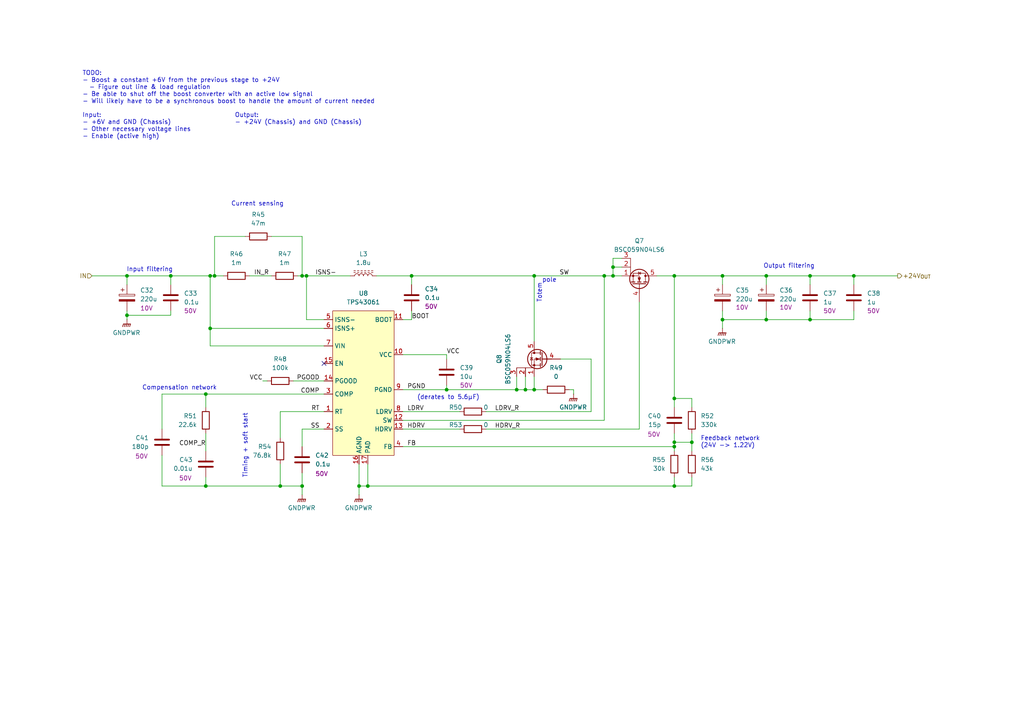
<source format=kicad_sch>
(kicad_sch (version 20250114) (generator "eeschema") (generator_version "9.0")
  (paper "A4")
  (title_block (title "Output Boost (Stage 2)") (date "2025-05-23") (rev "1") (company "UT Robomaster") (comment 1 "Robomaster"))
  (lib_symbols
    (symbol "! Robomaster ICs:TPS43061"
      (property "Reference" "U" (at 0 3.81 0))
      (property "Value" "TPS43061" (at 0 0 0))
      (symbol "TPS43061_1_1"
        (rectangle (start -8.89 0) (end 8.89 -41.91) (fill (type background)))
        (pin passive line (at -11.43 -2.54 0) (length 2.54) (name "ISNS-") (number "5"))
        (pin passive line (at -11.43 -5.08 0) (length 2.54) (name "ISNS+") (number "6"))
        (pin power_in line (at -11.43 -10.16 0) (length 2.54) (name "VIN") (number "7"))
        (pin input line (at -11.43 -15.24 0) (length 2.54) (name "EN") (number "15"))
        (pin open_collector line (at -11.43 -20.32 0) (length 2.54) (name "PGOOD") (number "14"))
        (pin passive line (at -11.43 -24.13 0) (length 2.54) (name "COMP") (number "3"))
        (pin passive line (at -11.43 -29.21 0) (length 2.54) (name "RT") (number "1"))
        (pin passive line (at -11.43 -34.29 0) (length 2.54) (name "SS") (number "2"))
        (pin power_in line (at -1.27 -44.45 90) (length 2.54) (name "AGND") (number "16"))
        (pin power_in line (at 1.27 -44.45 90) (length 2.54) (name "PAD") (number "17"))
        (pin passive line (at 11.43 -2.54 180) (length 2.54) (name "BOOT") (number "11"))
        (pin passive line (at 11.43 -12.7 180) (length 2.54) (name "VCC") (number "10"))
        (pin power_in line (at 11.43 -22.86 180) (length 2.54) (name "PGND") (number "9"))
        (pin output line (at 11.43 -29.21 180) (length 2.54) (name "LDRV") (number "8"))
        (pin output line (at 11.43 -31.75 180) (length 2.54) (name "SW") (number "12"))
        (pin output line (at 11.43 -34.29 180) (length 2.54) (name "HDRV") (number "13"))
        (pin passive line (at 11.43 -39.37 180) (length 2.54) (name "FB") (number "4"))
      )
    )
    (symbol "Device:C" (pin_numbers (hide yes)) (pin_names (offset 0.254))
      (property "Reference" "C" (at 0.635 2.54 0))
      (property "Value" "C" (at 0.635 -2.54 0))
      (symbol "C_0_1"
        (polyline (pts (xy -2.032 0.762) (xy 2.032 0.762)) (stroke (width 0.508)))
        (polyline (pts (xy -2.032 -0.762) (xy 2.032 -0.762)) (stroke (width 0.508)))
      )
      (symbol "C_1_1"
        (pin passive line (at 0 3.81 270) (length 2.794) (name "~") (number "1"))
        (pin passive line (at 0 -3.81 90) (length 2.794) (name "~") (number "2"))
      )
    )
    (symbol "Device:C_Polarized" (pin_numbers (hide yes)) (pin_names (offset 0.254))
      (property "Reference" "C" (at 0.635 2.54 0))
      (property "Value" "C_Polarized" (at 0.635 -2.54 0))
      (symbol "C_Polarized_0_1"
        (rectangle (start -2.286 0.508) (end 2.286 1.016))
        (polyline (pts (xy -1.778 2.286) (xy -0.762 2.286)))
        (polyline (pts (xy -1.27 2.794) (xy -1.27 1.778)))
        (rectangle (start 2.286 -0.508) (end -2.286 -1.016) (fill (type outline)))
      )
      (symbol "C_Polarized_1_1"
        (pin passive line (at 0 3.81 270) (length 2.794) (name "~") (number "1"))
        (pin passive line (at 0 -3.81 90) (length 2.794) (name "~") (number "2"))
      )
    )
    (symbol "Device:L_Ferrite" (pin_numbers (hide yes)) (pin_names (offset 1.016) (hide yes))
      (property "Reference" "L" (at -1.27 0 90))
      (property "Value" "L_Ferrite" (at 2.794 0 90))
      (symbol "L_Ferrite_0_1"
        (arc (start 0 2.54) (mid 0.6323 1.905) (end 0 1.27))
        (arc (start 0 1.27) (mid 0.6323 0.635) (end 0 0))
        (arc (start 0 0) (mid 0.6323 -0.635) (end 0 -1.27))
        (arc (start 0 -1.27) (mid 0.6323 -1.905) (end 0 -2.54))
        (polyline (pts (xy 1.016 2.286) (xy 1.016 2.794)))
        (polyline (pts (xy 1.016 1.27) (xy 1.016 1.778)))
        (polyline (pts (xy 1.016 0.254) (xy 1.016 0.762)))
        (polyline (pts (xy 1.016 -0.762) (xy 1.016 -0.254)))
        (polyline (pts (xy 1.016 -1.778) (xy 1.016 -1.27)))
        (polyline (pts (xy 1.016 -2.794) (xy 1.016 -2.286)))
        (polyline (pts (xy 1.524 2.794) (xy 1.524 2.286)))
        (polyline (pts (xy 1.524 1.778) (xy 1.524 1.27)))
        (polyline (pts (xy 1.524 0.762) (xy 1.524 0.254)))
        (polyline (pts (xy 1.524 -0.254) (xy 1.524 -0.762)))
        (polyline (pts (xy 1.524 -1.27) (xy 1.524 -1.778)))
        (polyline (pts (xy 1.524 -2.286) (xy 1.524 -2.794)))
      )
      (symbol "L_Ferrite_1_1"
        (pin passive line (at 0 3.81 270) (length 1.27) (name "1") (number "1"))
        (pin passive line (at 0 -3.81 90) (length 1.27) (name "2") (number "2"))
      )
    )
    (symbol "Device:R" (pin_numbers (hide yes)) (pin_names (offset 0))
      (property "Reference" "R" (at 2.032 0 90))
      (property "Value" "R" (at 0 0 90))
      (symbol "R_0_1"
        (rectangle (start -1.016 -2.54) (end 1.016 2.54) (stroke (width 0.254)))
      )
      (symbol "R_1_1"
        (pin passive line (at 0 3.81 270) (length 1.27) (name "~") (number "1"))
        (pin passive line (at 0 -3.81 90) (length 1.27) (name "~") (number "2"))
      )
    )
    (symbol "Transistor_FET:Q_NMOS_SGD" (pin_names (offset 0) (hide yes))
      (property "Reference" "Q4" (at 6.35 1.2701 0))
      (property "Value" "BSC059N04LS6" (at 6.35 -1.2699 0))
      (symbol "Q_NMOS_SGD_0_1"
        (polyline (pts (xy 0.254 1.905) (xy 0.254 -1.905)) (stroke (width 0.254)))
        (polyline (pts (xy 0.254 0) (xy -2.54 0)))
        (polyline (pts (xy 0.762 2.286) (xy 0.762 1.27)) (stroke (width 0.254)))
        (polyline (pts (xy 0.762 0.508) (xy 0.762 -0.508)) (stroke (width 0.254)))
        (polyline (pts (xy 0.762 -1.27) (xy 0.762 -2.286)) (stroke (width 0.254)))
        (polyline (pts (xy 0.762 -1.778) (xy 3.302 -1.778) (xy 3.302 1.778) (xy 0.762 1.778)))
        (polyline (pts (xy 1.016 0) (xy 2.032 0.381) (xy 2.032 -0.381) (xy 1.016 0)) (fill (type outline)))
        (circle (center 1.651 0) (radius 2.794) (stroke (width 0.254)))
        (polyline (pts (xy 2.54 2.54) (xy 2.54 1.778)))
        (circle (center 2.54 1.778) (radius 0.254) (fill (type outline)))
        (circle (center 2.54 -1.778) (radius 0.254) (fill (type outline)))
        (polyline (pts (xy 2.54 -2.54) (xy 2.54 0) (xy 0.762 0)))
        (polyline (pts (xy 2.921 0.381) (xy 3.683 0.381)))
        (polyline (pts (xy 3.302 0.381) (xy 2.921 -0.254) (xy 3.683 -0.254) (xy 3.302 0.381)))
        (polyline (pts (xy 7.62 -2.54) (xy 2.54 -2.54)))
      )
      (symbol "Q_NMOS_SGD_1_1"
        (pin input line (at -5.08 0 0) (length 5.08) (name "G") (number "4"))
        (pin passive line (at 2.54 5.08 270) (length 2.54) (name "D") (number "5"))
        (pin passive line (at 2.54 -5.08 90) (length 2.54) (name "S") (number "1"))
        (pin passive line (at 5.08 -5.08 90) (length 2.54) (name "S") (number "2"))
        (pin passive line (at 7.62 -5.08 90) (length 2.54) (name "S") (number "3"))
      )
    )
    (symbol "power:GNDPWR" (power) (pin_numbers (hide yes)) (pin_names (offset 0) (hide yes))
      (property "Value" "GNDPWR" (at 0 -3.302 0))
      (symbol "GNDPWR_0_1"
        (polyline (pts (xy -1.016 -1.27) (xy -1.27 -2.032) (xy -1.27 -2.032)) (stroke (width 0.2032)))
        (polyline (pts (xy -0.508 -1.27) (xy -0.762 -2.032) (xy -0.762 -2.032)) (stroke (width 0.2032)))
        (polyline (pts (xy 0 -1.27) (xy 0 0)))
        (polyline (pts (xy 0 -1.27) (xy -0.254 -2.032) (xy -0.254 -2.032)) (stroke (width 0.2032)))
        (polyline (pts (xy 0.508 -1.27) (xy 0.254 -2.032) (xy 0.254 -2.032)) (stroke (width 0.2032)))
        (polyline (pts (xy 1.016 -1.27) (xy -1.016 -1.27) (xy -1.016 -1.27)) (stroke (width 0.2032)))
        (polyline (pts (xy 1.016 -1.27) (xy 0.762 -2.032) (xy 0.762 -2.032) (xy 0.762 -2.032)) (stroke (width 0.2032)))
      )
      (symbol "GNDPWR_1_1"
        (pin power_in line (at 0 0 270) (length 0) (name "~") (number "1"))
      )
    )
  )
  (text "Input:\n- +6V and GND (Chassis)\n- Other necessary voltage lines\n- Enable (active high)" (at 23.876 32.766 0) (effects (font (size 1.27 1.27)) (justify left top)))
  (text "Timing + soft start" (at 71.882 129.286 90) (effects (font (size 1.27 1.27)) (justify bottom)))
  (text "Compensation network" (at 52.07 113.284 0) (effects (font (size 1.27 1.27)) (justify bottom)))
  (text "Output:\n- +24V (Chassis) and GND (Chassis)" (at 68.072 32.766 0) (effects (font (size 1.27 1.27)) (justify left top)))
  (text "Input filtering" (at 43.434 78.994 0) (effects (font (size 1.27 1.27)) (justify bottom)))
  (text "Current sensing" (at 74.676 59.944 0) (effects (font (size 1.27 1.27)) (justify bottom)))
  (text "pole" (at 157.226 82.042 0) (effects (font (size 1.27 1.27)) (justify left bottom)))
  (text "Feedback network\n(24V -> 1.22V)" (at 203.2 128.27 0) (effects (font (size 1.27 1.27)) (justify left)))
  (text "(derates to 5.6µF)" (at 130.048 116.078 0) (effects (font (size 1.27 1.27)) (justify bottom)))
  (text "TODO:\n- Boost a constant +6V from the previous stage to +24V\n  - Figure out line & load regulation\n- Be able to shut off the boost converter with an active low signal\n- Will likely have to be a synchronous boost to handle the amount of current needed" (at 23.876 20.574 0) (effects (font (size 1.27 1.27)) (justify left top)))
  (text "Output filtering" (at 228.854 77.978 0) (effects (font (size 1.27 1.27)) (justify bottom)))
  (text "Totem" (at 157.226 82.042 90) (effects (font (size 1.27 1.27)) (justify right bottom)))
  (junction (at 87.63 140.97))
  (junction (at 222.25 80.01))
  (junction (at 209.55 80.01))
  (junction (at 175.26 80.01))
  (junction (at 247.65 80.01))
  (junction (at 195.58 115.57))
  (junction (at 234.95 92.71))
  (junction (at 119.38 80.01))
  (junction (at 59.69 114.3))
  (junction (at 200.66 128.27))
  (junction (at 209.55 92.71))
  (junction (at 88.9 80.01))
  (junction (at 49.53 80.01))
  (junction (at 222.25 92.71))
  (junction (at 104.14 140.97))
  (junction (at 36.83 91.44))
  (junction (at 81.28 140.97))
  (junction (at 154.94 80.01))
  (junction (at 62.23 80.01))
  (junction (at 177.8 77.47))
  (junction (at 106.68 140.97))
  (junction (at 195.58 140.97))
  (junction (at 149.86 113.03))
  (junction (at 36.83 80.01))
  (junction (at 87.63 80.01))
  (junction (at 177.8 80.01))
  (junction (at 234.95 80.01))
  (junction (at 152.4 113.03))
  (junction (at 195.58 80.01))
  (junction (at 60.96 80.01))
  (junction (at 154.94 113.03))
  (junction (at 195.58 129.54))
  (junction (at 195.58 128.27))
  (junction (at 60.96 95.25))
  (junction (at 129.54 113.03))
  (junction (at 59.69 140.97))
  (no_connect (at 93.98 105.41))
  (wire (pts (xy 222.25 92.71) (xy 209.55 92.71)))
  (wire (pts (xy 36.83 91.44) (xy 36.83 92.71)))
  (wire (pts (xy 200.66 115.57) (xy 200.66 118.11)))
  (wire (pts (xy 209.55 92.71) (xy 209.55 95.25)))
  (wire (pts (xy 152.4 113.03) (xy 154.94 113.03)))
  (wire (pts (xy 104.14 134.62) (xy 104.14 140.97)))
  (wire (pts (xy 149.86 113.03) (xy 152.4 113.03)))
  (wire (pts (xy 209.55 90.17) (xy 209.55 92.71)))
  (wire (pts (xy 154.94 113.03) (xy 157.48 113.03)))
  (wire (pts (xy 180.34 77.47) (xy 177.8 77.47)))
  (wire (pts (xy 60.96 95.25) (xy 60.96 80.01)))
  (wire (pts (xy 165.1 113.03) (xy 166.37 113.03)))
  (wire (pts (xy 49.53 91.44) (xy 36.83 91.44)))
  (wire (pts (xy 49.53 80.01) (xy 60.96 80.01)))
  (wire (pts (xy 62.23 68.58) (xy 62.23 80.01)))
  (wire (pts (xy 129.54 113.03) (xy 149.86 113.03)))
  (wire (pts (xy 154.94 80.01) (xy 175.26 80.01)))
  (wire (pts (xy 180.34 74.93) (xy 177.8 74.93)))
  (wire (pts (xy 149.86 109.22) (xy 149.86 113.03)))
  (wire (pts (xy 60.96 100.33) (xy 60.96 95.25)))
  (wire (pts (xy 59.69 130.81) (xy 59.69 125.73)))
  (wire (pts (xy 185.42 87.63) (xy 185.42 124.46)))
  (wire (pts (xy 209.55 80.01) (xy 209.55 82.55)))
  (wire (pts (xy 171.45 104.14) (xy 162.56 104.14)))
  (wire (pts (xy 177.8 74.93) (xy 177.8 77.47)))
  (wire (pts (xy 195.58 129.54) (xy 195.58 128.27)))
  (wire (pts (xy 177.8 77.47) (xy 177.8 80.01)))
  (wire (pts (xy 152.4 109.22) (xy 152.4 113.03)))
  (wire (pts (xy 109.22 80.01) (xy 119.38 80.01)))
  (wire (pts (xy 106.68 140.97) (xy 195.58 140.97)))
  (wire (pts (xy 195.58 129.54) (xy 195.58 130.81)))
  (wire (pts (xy 234.95 92.71) (xy 247.65 92.71)))
  (wire (pts (xy 260.35 80.01) (xy 247.65 80.01)))
  (wire (pts (xy 93.98 119.38) (xy 81.28 119.38)))
  (wire (pts (xy 119.38 92.71) (xy 116.84 92.71)))
  (wire (pts (xy 119.38 90.17) (xy 119.38 92.71)))
  (wire (pts (xy 62.23 80.01) (xy 64.77 80.01)))
  (wire (pts (xy 81.28 140.97) (xy 59.69 140.97)))
  (wire (pts (xy 177.8 80.01) (xy 180.34 80.01)))
  (wire (pts (xy 104.14 140.97) (xy 106.68 140.97)))
  (wire (pts (xy 104.14 140.97) (xy 104.14 143.51)))
  (wire (pts (xy 200.66 128.27) (xy 195.58 128.27)))
  (wire (pts (xy 195.58 140.97) (xy 200.66 140.97)))
  (wire (pts (xy 93.98 100.33) (xy 60.96 100.33)))
  (wire (pts (xy 154.94 109.22) (xy 154.94 113.03)))
  (wire (pts (xy 62.23 68.58) (xy 71.12 68.58)))
  (wire (pts (xy 154.94 80.01) (xy 154.94 99.06)))
  (wire (pts (xy 140.97 119.38) (xy 171.45 119.38)))
  (wire (pts (xy 87.63 80.01) (xy 88.9 80.01)))
  (wire (pts (xy 36.83 90.17) (xy 36.83 91.44)))
  (wire (pts (xy 81.28 140.97) (xy 87.63 140.97)))
  (wire (pts (xy 195.58 80.01) (xy 209.55 80.01)))
  (wire (pts (xy 76.2 110.49) (xy 77.47 110.49)))
  (wire (pts (xy 247.65 80.01) (xy 247.65 82.55)))
  (wire (pts (xy 222.25 80.01) (xy 222.25 82.55)))
  (wire (pts (xy 49.53 80.01) (xy 49.53 82.55)))
  (wire (pts (xy 59.69 140.97) (xy 59.69 138.43)))
  (wire (pts (xy 116.84 113.03) (xy 129.54 113.03)))
  (wire (pts (xy 81.28 134.62) (xy 81.28 140.97)))
  (wire (pts (xy 195.58 115.57) (xy 195.58 118.11)))
  (wire (pts (xy 49.53 90.17) (xy 49.53 91.44)))
  (wire (pts (xy 175.26 121.92) (xy 175.26 80.01)))
  (wire (pts (xy 88.9 80.01) (xy 101.6 80.01)))
  (wire (pts (xy 88.9 92.71) (xy 88.9 80.01)))
  (wire (pts (xy 185.42 124.46) (xy 140.97 124.46)))
  (wire (pts (xy 116.84 129.54) (xy 195.58 129.54)))
  (wire (pts (xy 129.54 102.87) (xy 129.54 104.14)))
  (wire (pts (xy 119.38 80.01) (xy 119.38 82.55)))
  (wire (pts (xy 175.26 80.01) (xy 177.8 80.01)))
  (wire (pts (xy 26.67 80.01) (xy 36.83 80.01)))
  (wire (pts (xy 133.35 124.46) (xy 116.84 124.46)))
  (wire (pts (xy 59.69 118.11) (xy 59.69 114.3)))
  (wire (pts (xy 36.83 80.01) (xy 49.53 80.01)))
  (wire (pts (xy 247.65 90.17) (xy 247.65 92.71)))
  (wire (pts (xy 119.38 80.01) (xy 154.94 80.01)))
  (wire (pts (xy 234.95 90.17) (xy 234.95 92.71)))
  (wire (pts (xy 171.45 119.38) (xy 171.45 104.14)))
  (wire (pts (xy 222.25 80.01) (xy 209.55 80.01)))
  (wire (pts (xy 234.95 80.01) (xy 222.25 80.01)))
  (wire (pts (xy 78.74 68.58) (xy 87.63 68.58)))
  (wire (pts (xy 36.83 80.01) (xy 36.83 82.55)))
  (wire (pts (xy 93.98 92.71) (xy 88.9 92.71)))
  (wire (pts (xy 195.58 138.43) (xy 195.58 140.97)))
  (wire (pts (xy 59.69 114.3) (xy 93.98 114.3)))
  (wire (pts (xy 195.58 125.73) (xy 195.58 128.27)))
  (wire (pts (xy 195.58 80.01) (xy 195.58 115.57)))
  (wire (pts (xy 222.25 90.17) (xy 222.25 92.71)))
  (wire (pts (xy 59.69 114.3) (xy 46.99 114.3)))
  (wire (pts (xy 72.39 80.01) (xy 78.74 80.01)))
  (wire (pts (xy 93.98 124.46) (xy 87.63 124.46)))
  (wire (pts (xy 87.63 124.46) (xy 87.63 129.54)))
  (wire (pts (xy 116.84 121.92) (xy 175.26 121.92)))
  (wire (pts (xy 46.99 140.97) (xy 59.69 140.97)))
  (wire (pts (xy 200.66 125.73) (xy 200.66 128.27)))
  (wire (pts (xy 85.09 110.49) (xy 93.98 110.49)))
  (wire (pts (xy 247.65 80.01) (xy 234.95 80.01)))
  (wire (pts (xy 129.54 111.76) (xy 129.54 113.03)))
  (wire (pts (xy 46.99 132.08) (xy 46.99 140.97)))
  (wire (pts (xy 46.99 114.3) (xy 46.99 124.46)))
  (wire (pts (xy 195.58 115.57) (xy 200.66 115.57)))
  (wire (pts (xy 200.66 128.27) (xy 200.66 130.81)))
  (wire (pts (xy 190.5 80.01) (xy 195.58 80.01)))
  (wire (pts (xy 234.95 80.01) (xy 234.95 82.55)))
  (wire (pts (xy 87.63 68.58) (xy 87.63 80.01)))
  (wire (pts (xy 87.63 140.97) (xy 87.63 143.51)))
  (wire (pts (xy 86.36 80.01) (xy 87.63 80.01)))
  (wire (pts (xy 60.96 80.01) (xy 62.23 80.01)))
  (wire (pts (xy 116.84 102.87) (xy 129.54 102.87)))
  (wire (pts (xy 200.66 138.43) (xy 200.66 140.97)))
  (wire (pts (xy 81.28 119.38) (xy 81.28 127)))
  (wire (pts (xy 106.68 140.97) (xy 106.68 134.62)))
  (wire (pts (xy 87.63 137.16) (xy 87.63 140.97)))
  (wire (pts (xy 116.84 119.38) (xy 133.35 119.38)))
  (wire (pts (xy 93.98 95.25) (xy 60.96 95.25)))
  (wire (pts (xy 234.95 92.71) (xy 222.25 92.71)))
  (wire (pts (xy 166.37 113.03) (xy 166.37 114.3)))
  (label "BOOT" (at 119.38 92.71 0))
  (label "COMP" (at 92.71 114.3 180))
  (label "LDRV_R" (at 143.51 119.38 0))
  (label "LDRV" (at 118.11 119.38 0))
  (label "VCC" (at 76.2 110.49 180))
  (label "PGOOD" (at 92.71 110.49 180))
  (label "COMP_R" (at 59.69 129.54 180))
  (label "VCC" (at 129.54 102.87 0))
  (label "FB" (at 118.11 129.54 0))
  (label "SS" (at 92.71 124.46 180))
  (label "HDRV_R" (at 143.51 124.46 0))
  (label "IN_R" (at 73.66 80.01 0))
  (label "ISNS-" (at 91.44 80.01 0))
  (label "PGND" (at 118.11 113.03 0))
  (label "SW" (at 165.1 80.01 180))
  (label "RT" (at 92.71 119.38 180))
  (label "HDRV" (at 118.11 124.46 0))
  (hierarchical_label "IN" (shape input) (at 26.67 80.01 180))
  (hierarchical_label "+24V_{OUT}" (shape output) (at 260.35 80.01 0))
  (symbol (lib_id "Device:C_Polarized") (at 36.83 86.36 0) (unit 1)
    (property "Reference" "C32" (at 40.64 84.2009 0) (effects (justify left)))
    (property "Value" "220u" (at 40.64 86.7409 0) (effects (justify left)))
    (property "Footprint" "Capacitor_THT:CP_Radial_D6.3mm_P2.50mm" (effects (hide yes)))
    (property "Datasheet" "https://www.mouser.com/datasheet/2/447/KEM_A4067_A750-3316071.pdf" (effects (hide yes)))
    (property "Description" "Polarized capacitor" (effects (hide yes)))
    (property "Mouser Part Number" "80-A750EK227M1AAAE18" (effects (hide yes)))
    (property "Voltage Rating" "10V" (at 40.64 89.408 0) (effects (justify left)))
  )
  (symbol (lib_id "Device:C") (at 234.95 86.36 0) (unit 1)
    (property "Reference" "C37" (at 238.76 85.0899 0) (effects (justify left)))
    (property "Value" "1u" (at 238.76 87.6299 0) (effects (justify left)))
    (property "Footprint" "Capacitor_SMD:C_0603_1608Metric_Pad1.08x0.95mm_HandSolder" (effects (hide yes)))
    (property "Datasheet" "https://www.mouser.com/datasheet/2/447/KEM_C1006_X5R_SMD-3316465.pdf" (effects (hide yes)))
    (property "Description" "Unpolarized capacitor" (effects (hide yes)))
    (property "Mouser Part Number" "963-UMK107BJ105KA-T" (effects (hide yes)))
    (property "Voltage Rating" "50V" (at 238.76 90.17 0) (effects (justify left)))
  )
  (symbol (lib_id "Device:C_Polarized") (at 222.25 86.36 0) (unit 1)
    (property "Reference" "C36" (at 226.06 84.2009 0) (effects (justify left)))
    (property "Value" "220u" (at 226.06 86.7409 0) (effects (justify left)))
    (property "Footprint" "Capacitor_THT:CP_Radial_D6.3mm_P2.50mm" (effects (hide yes)))
    (property "Datasheet" "https://www.mouser.com/datasheet/2/447/KEM_A4067_A750-3316071.pdf" (effects (hide yes)))
    (property "Description" "Polarized capacitor" (effects (hide yes)))
    (property "Mouser Part Number" "80-A750EK227M1AAAE18" (effects (hide yes)))
    (property "Voltage Rating" "10V" (at 226.06 89.154 0) (effects (justify left)))
  )
  (symbol (lib_id "Device:R") (at 161.29 113.03 90) (unit 1)
    (property "Reference" "R49" (at 161.29 106.68 90))
    (property "Value" "0" (at 161.29 109.22 90))
    (property "Footprint" "Resistor_SMD:R_0603_1608Metric_Pad0.98x0.95mm_HandSolder" (effects (hide yes)))
    (property "Description" "Resistor" (effects (hide yes)))
    (property "Mouser Part Number" "660-RK73Z1JTTDD" (effects (hide yes)))
  )
  (symbol (lib_id "Device:R") (at 81.28 110.49 90) (unit 1)
    (property "Reference" "R48" (at 81.28 104.14 90))
    (property "Value" "100k" (at 81.28 106.68 90))
    (property "Footprint" "Resistor_SMD:R_0603_1608Metric_Pad0.98x0.95mm_HandSolder" (effects (hide yes)))
    (property "Description" "Resistor" (effects (hide yes)))
    (property "Mouser Part Number" "660-RN73H1JTD1003D25" (effects (hide yes)))
  )
  (symbol (lib_id "Device:R") (at 68.58 80.01 90) (unit 1)
    (property "Reference" "R46" (at 68.58 73.66 90))
    (property "Value" "1m" (at 68.58 76.2 90))
    (property "Footprint" "Resistor_SMD:R_0612_1632Metric_Pad1.18x3.40mm_HandSolder" (effects (hide yes)))
    (property "Datasheet" "https://www.vishay.com/docs/30417/wfcp.pdf" (effects (hide yes)))
    (property "Description" "Resistor" (effects (hide yes)))
    (property "Mouser Part Number" "71-WFCP06121L000FE66" (effects (hide yes)))
  )
  (symbol (lib_id "power:GNDPWR") (at 36.83 92.71 0) (unit 1)
    (property "Reference" "#PWR054" (effects (hide yes)))
    (property "Value" "GNDPWR" (at 36.703 96.52 0))
    (property "Description" "Power symbol creates a global label with name \"GNDPWR\" , global ground" (effects (hide yes)))
  )
  (symbol (lib_id "power:GNDPWR") (at 104.14 143.51 0) (unit 1)
    (property "Reference" "#PWR058" (effects (hide yes)))
    (property "Value" "GNDPWR" (at 104.013 147.32 0))
    (property "Description" "Power symbol creates a global label with name \"GNDPWR\" , global ground" (effects (hide yes)))
  )
  (symbol (lib_id "Device:C") (at 87.63 133.35 0) (unit 1)
    (property "Reference" "C42" (at 91.44 132.0799 0) (effects (justify left)))
    (property "Value" "0.1u" (at 91.44 134.6199 0) (effects (justify left)))
    (property "Footprint" "Capacitor_SMD:C_0603_1608Metric_Pad1.08x0.95mm_HandSolder" (effects (hide yes)))
    (property "Datasheet" "https://www.mouser.com/datasheet/2/40/KGM_X7R-3223212.pdf" (effects (hide yes)))
    (property "Description" "Unpolarized capacitor" (effects (hide yes)))
    (property "Mouser Part Number" "581-KGM15BR71H104JT" (effects (hide yes)))
    (property "Voltage Rating" "50V" (at 91.44 137.414 0) (effects (justify left)))
  )
  (symbol (lib_id "Device:R") (at 195.58 134.62 0) (mirror y) (unit 1)
    (property "Reference" "R55" (at 193.04 133.3499 0) (effects (justify left)))
    (property "Value" "30k" (at 193.04 135.8899 0) (effects (justify left)))
    (property "Footprint" "Resistor_SMD:R_0603_1608Metric_Pad0.98x0.95mm_HandSolder" (effects (hide yes)))
    (property "Description" "Resistor" (effects (hide yes)))
    (property "Mouser Part Number" "660-RN73H1JTD3002B50" (effects (hide yes)))
  )
  (symbol (lib_id "Transistor_FET:Q_NMOS_SGD") (at 157.48 104.14 0) (mirror y) (unit 1)
    (property "Reference" "Q8" (at 144.78 104.14 90))
    (property "Value" "BSC059N04LS6" (at 147.32 104.14 90))
    (property "Footprint" "Package_SON:Infineon_PG-TDSON-8_6.15x5.15mm" (effects (hide yes)))
    (property "Datasheet" "https://www.mouser.com/datasheet/2/196/Infineon_BSC059N04LS6_DataSheet_v02_01_EN-3360636.pdf" (effects (hide yes)))
    (property "Description" "N-MOSFET transistor, source/gate/drain" (effects (hide yes)))
    (property "Mouser Part Number" "726-BSC059N04LS6ATMA" (effects (hide yes)))
  )
  (symbol (lib_id "Transistor_FET:Q_NMOS_SGD") (at 185.42 82.55 270) (mirror x) (unit 1)
    (property "Reference" "Q7" (at 185.42 69.85 90))
    (property "Value" "BSC059N04LS6" (at 185.42 72.39 90))
    (property "Footprint" "Package_SON:Infineon_PG-TDSON-8_6.15x5.15mm" (effects (hide yes)))
    (property "Datasheet" "https://www.mouser.com/datasheet/2/196/Infineon_BSC059N04LS6_DataSheet_v02_01_EN-3360636.pdf" (effects (hide yes)))
    (property "Description" "N-MOSFET transistor, source/gate/drain" (effects (hide yes)))
    (property "Mouser Part Number" "726-BSC059N04LS6ATMA" (effects (hide yes)))
  )
  (symbol (lib_id "power:GNDPWR") (at 87.63 143.51 0) (unit 1)
    (property "Reference" "#PWR057" (effects (hide yes)))
    (property "Value" "GNDPWR" (at 87.503 147.32 0))
    (property "Description" "Power symbol creates a global label with name \"GNDPWR\" , global ground" (effects (hide yes)))
  )
  (symbol (lib_id "Device:R") (at 81.28 130.81 0) (mirror y) (unit 1)
    (property "Reference" "R54" (at 78.74 129.5399 0) (effects (justify left)))
    (property "Value" "76.8k" (at 78.74 132.0799 0) (effects (justify left)))
    (property "Footprint" "Resistor_SMD:R_0603_1608Metric_Pad0.98x0.95mm_HandSolder" (effects (hide yes)))
    (property "Description" "Resistor" (effects (hide yes)))
    (property "Mouser Part Number" "660-RN73H1JTD7682B25" (effects (hide yes)))
  )
  (symbol (lib_id "Device:R") (at 59.69 121.92 0) (mirror y) (unit 1)
    (property "Reference" "R51" (at 57.15 120.6499 0) (effects (justify left)))
    (property "Value" "22.6k" (at 57.15 123.1899 0) (effects (justify left)))
    (property "Footprint" "Resistor_SMD:R_0603_1608Metric_Pad0.98x0.95mm_HandSolder" (effects (hide yes)))
    (property "Description" "Resistor" (effects (hide yes)))
    (property "Mouser Part Number" "603-RC0603FR-0722K6L" (effects (hide yes)))
  )
  (symbol (lib_id "power:GNDPWR") (at 209.55 95.25 0) (unit 1)
    (property "Reference" "#PWR055" (effects (hide yes)))
    (property "Value" "GNDPWR" (at 209.423 99.06 0))
    (property "Description" "Power symbol creates a global label with name \"GNDPWR\" , global ground" (effects (hide yes)))
  )
  (symbol (lib_id "Device:C") (at 247.65 86.36 0) (unit 1)
    (property "Reference" "C38" (at 251.46 85.0899 0) (effects (justify left)))
    (property "Value" "1u" (at 251.46 87.6299 0) (effects (justify left)))
    (property "Footprint" "Capacitor_SMD:C_0603_1608Metric_Pad1.08x0.95mm_HandSolder" (effects (hide yes)))
    (property "Datasheet" "https://www.mouser.com/datasheet/2/447/KEM_C1006_X5R_SMD-3316465.pdf" (effects (hide yes)))
    (property "Description" "Unpolarized capacitor" (effects (hide yes)))
    (property "Mouser Part Number" "963-UMK107BJ105KA-T" (effects (hide yes)))
    (property "Voltage Rating" "50V" (at 251.46 90.17 0) (effects (justify left)))
  )
  (symbol (lib_id "Device:C") (at 59.69 134.62 0) (mirror y) (unit 1)
    (property "Reference" "C43" (at 55.88 133.3499 0) (effects (justify left)))
    (property "Value" "0.01u" (at 55.88 135.8899 0) (effects (justify left)))
    (property "Footprint" "Capacitor_SMD:C_0603_1608Metric_Pad1.08x0.95mm_HandSolder" (effects (hide yes)))
    (property "Description" "Unpolarized capacitor" (effects (hide yes)))
    (property "Mouser Part Number" "187-CL10B103KC8NNNC" (effects (hide yes)))
    (property "Voltage Rating" "50V" (at 55.626 138.684 0) (effects (justify left)))
  )
  (symbol (lib_id "Device:C") (at 49.53 86.36 0) (unit 1)
    (property "Reference" "C33" (at 53.34 85.0899 0) (effects (justify left)))
    (property "Value" "0.1u" (at 53.34 87.6299 0) (effects (justify left)))
    (property "Footprint" "Capacitor_SMD:C_0603_1608Metric_Pad1.08x0.95mm_HandSolder" (effects (hide yes)))
    (property "Datasheet" "https://www.mouser.com/datasheet/2/40/KGM_X7R-3223212.pdf" (effects (hide yes)))
    (property "Description" "Unpolarized capacitor" (effects (hide yes)))
    (property "Mouser Part Number" "581-KGM15BR71H104JT" (effects (hide yes)))
    (property "Voltage Rating" "50V" (at 53.34 90.17 0) (effects (justify left)))
  )
  (symbol (lib_id "Device:R") (at 137.16 119.38 90) (unit 1)
    (property "Reference" "R50" (at 134.112 118.872 90) (effects (justify left top)))
    (property "Value" "0" (at 140.208 118.872 90) (effects (justify right top)))
    (property "Footprint" "Resistor_SMD:R_0603_1608Metric_Pad0.98x0.95mm_HandSolder" (effects (hide yes)))
    (property "Description" "Resistor" (effects (hide yes)))
    (property "Mouser Part Number" "660-RK73Z1JTTDD" (effects (hide yes)))
  )
  (symbol (lib_id "Device:C") (at 129.54 107.95 0) (unit 1)
    (property "Reference" "C39" (at 133.35 106.6799 0) (effects (justify left)))
    (property "Value" "10u" (at 133.35 109.2199 0) (effects (justify left)))
    (property "Footprint" "Capacitor_SMD:C_1206_3216Metric_Pad1.33x1.80mm_HandSolder" (effects (hide yes)))
    (property "Datasheet" "https://www.mouser.com/datasheet/2/585/MLCC-1837944.pdf" (effects (hide yes)))
    (property "Description" "Unpolarized capacitor" (effects (hide yes)))
    (property "Mouser Part Number" "187-CL31A106KBHNNNE" (effects (hide yes)))
    (property "Voltage Rating" "50V" (at 133.35 111.76 0) (effects (justify left)))
  )
  (symbol (lib_id "Device:R") (at 74.93 68.58 90) (unit 1)
    (property "Reference" "R45" (at 74.93 62.23 90))
    (property "Value" "47m" (at 74.93 64.77 90))
    (property "Footprint" "Resistor_SMD:R_1206_3216Metric_Pad1.30x1.75mm_HandSolder" (effects (hide yes)))
    (property "Datasheet" "https://www.mouser.com/datasheet/2/447/PYu_PE_521_RoHS_L_10-3002976.pdf" (effects (hide yes)))
    (property "Description" "Resistor" (effects (hide yes)))
    (property "Mouser Part Number" "603-PE1206FRE470R47L" (effects (hide yes)))
  )
  (symbol (lib_id "! Robomaster ICs:TPS43061") (at 105.41 90.17 0) (unit 1)
    (property "Reference" "U8" (at 105.41 85.09 0))
    (property "Value" "TPS43061" (at 105.41 87.63 0))
    (property "Footprint" "! Robomaster ICs:Texas_S-PWQFN-N16" (effects (hide yes)))
    (property "Datasheet" "https://www.ti.com/lit/ds/symlink/tps43061.pdf" (effects (hide yes)))
    (property "Description" "Low Iq, Synchronous Boost Controller with Wide Input Voltage and 5.5V Gate Drive for Low Qg NexFETs" (effects (hide yes)))
    (property "Mouser Part Number" "595-TPS43061RTER" (effects (hide yes)))
  )
  (symbol (lib_id "Device:C") (at 195.58 121.92 0) (mirror y) (unit 1)
    (property "Reference" "C40" (at 191.77 120.6499 0) (effects (justify left)))
    (property "Value" "15p" (at 191.77 123.1899 0) (effects (justify left)))
    (property "Footprint" "Capacitor_SMD:C_0603_1608Metric_Pad1.08x0.95mm_HandSolder" (effects (hide yes)))
    (property "Datasheet" "https://www.mouser.com/datasheet/2/210/WTC_MLCC_General_Purpose-1534899.pdf" (effects (hide yes)))
    (property "Description" "Unpolarized capacitor" (effects (hide yes)))
    (property "Mouser Part Number" "791-0603N150F500CT" (effects (hide yes)))
    (property "Voltage Rating" "50V" (at 191.516 125.984 0) (effects (justify left)))
  )
  (symbol (lib_id "Device:R") (at 137.16 124.46 90) (unit 1)
    (property "Reference" "R53" (at 134.112 123.952 90) (effects (justify left top)))
    (property "Value" "0" (at 140.208 123.952 90) (effects (justify right top)))
    (property "Footprint" "Resistor_SMD:R_0603_1608Metric_Pad0.98x0.95mm_HandSolder" (effects (hide yes)))
    (property "Description" "Resistor" (effects (hide yes)))
    (property "Mouser Part Number" "660-RK73Z1JTTDD" (effects (hide yes)))
  )
  (symbol (lib_id "power:GNDPWR") (at 166.37 114.3 0) (unit 1)
    (property "Reference" "#PWR056" (effects (hide yes)))
    (property "Value" "GNDPWR" (at 166.243 118.11 0))
    (property "Description" "Power symbol creates a global label with name \"GNDPWR\" , global ground" (effects (hide yes)))
  )
  (symbol (lib_id "Device:R") (at 82.55 80.01 90) (unit 1)
    (property "Reference" "R47" (at 82.55 73.66 90))
    (property "Value" "1m" (at 82.55 76.2 90))
    (property "Footprint" "Resistor_SMD:R_0612_1632Metric_Pad1.18x3.40mm_HandSolder" (effects (hide yes)))
    (property "Datasheet" "https://www.vishay.com/docs/30417/wfcp.pdf" (effects (hide yes)))
    (property "Description" "Resistor" (effects (hide yes)))
    (property "Mouser Part Number" "71-WFCP06121L000FE66" (effects (hide yes)))
  )
  (symbol (lib_id "Device:C") (at 119.38 86.36 0) (unit 1)
    (property "Reference" "C34" (at 123.19 83.82 0) (effects (justify left)))
    (property "Value" "0.1u" (at 123.19 86.36 0) (effects (justify left)))
    (property "Footprint" "Capacitor_SMD:C_0603_1608Metric_Pad1.08x0.95mm_HandSolder" (effects (hide yes)))
    (property "Datasheet" "https://www.mouser.com/datasheet/2/40/KGM_X7R-3223212.pdf" (effects (hide yes)))
    (property "Description" "Unpolarized capacitor" (effects (hide yes)))
    (property "Mouser Part Number" "581-KGM15BR71H104JT" (effects (hide yes)))
    (property "Voltage Rating" "50V" (at 123.19 88.9001 0) (effects (justify left)))
  )
  (symbol (lib_id "Device:C_Polarized") (at 209.55 86.36 0) (unit 1)
    (property "Reference" "C35" (at 213.36 84.2009 0) (effects (justify left)))
    (property "Value" "220u" (at 213.36 86.7409 0) (effects (justify left)))
    (property "Footprint" "Capacitor_THT:CP_Radial_D6.3mm_P2.50mm" (effects (hide yes)))
    (property "Datasheet" "https://www.mouser.com/datasheet/2/447/KEM_A4067_A750-3316071.pdf" (effects (hide yes)))
    (property "Description" "Polarized capacitor" (effects (hide yes)))
    (property "Mouser Part Number" "80-A750EK227M1AAAE18" (effects (hide yes)))
    (property "Voltage Rating" "10V" (at 213.36 89.154 0) (effects (justify left)))
  )
  (symbol (lib_id "Device:R") (at 200.66 134.62 0) (unit 1)
    (property "Reference" "R56" (at 203.2 133.3499 0) (effects (justify left)))
    (property "Value" "43k" (at 203.2 135.8899 0) (effects (justify left)))
    (property "Footprint" "Resistor_SMD:R_0603_1608Metric_Pad0.98x0.95mm_HandSolder" (effects (hide yes)))
    (property "Description" "Resistor" (effects (hide yes)))
    (property "Mouser Part Number" "603-RT0603DRD0743KL" (effects (hide yes)))
  )
  (symbol (lib_id "Device:L_Ferrite") (at 105.41 80.01 90) (unit 1)
    (property "Reference" "L3" (at 105.41 73.66 90))
    (property "Value" "1.8u" (at 105.41 76.2 90))
    (property "Footprint" "Inductor_SMD:L_Bourns_SRP1245A" (effects (hide yes)))
    (property "Datasheet" "https://www.mouser.com/datasheet/2/54/srn8040ta-1391519.pdf" (effects (hide yes)))
    (property "Description" "Inductor with ferrite core" (effects (hide yes)))
    (property "Mouser Part Number" "652-SRP1265A-1R8M" (effects (hide yes)))
  )
  (symbol (lib_id "Device:C") (at 46.99 128.27 0) (mirror y) (unit 1)
    (property "Reference" "C41" (at 43.18 126.9999 0) (effects (justify left)))
    (property "Value" "180p" (at 43.18 129.5399 0) (effects (justify left)))
    (property "Footprint" "Capacitor_SMD:C_0603_1608Metric_Pad1.08x0.95mm_HandSolder" (effects (hide yes)))
    (property "Description" "Unpolarized capacitor" (effects (hide yes)))
    (property "Mouser Part Number" "603-CC603JPNPO9BN181" (effects (hide yes)))
    (property "Voltage Rating" "50V" (at 42.926 132.334 0) (effects (justify left)))
  )
  (symbol (lib_id "Device:R") (at 200.66 121.92 0) (unit 1)
    (property "Reference" "R52" (at 203.2 120.6499 0) (effects (justify left)))
    (property "Value" "330k" (at 203.2 123.1899 0) (effects (justify left)))
    (property "Footprint" "Resistor_SMD:R_0603_1608Metric_Pad0.98x0.95mm_HandSolder" (effects (hide yes)))
    (property "Description" "Resistor" (effects (hide yes)))
    (property "Mouser Part Number" "603-RT0603DRD07330KL" (effects (hide yes)))
  )
)
</source>
